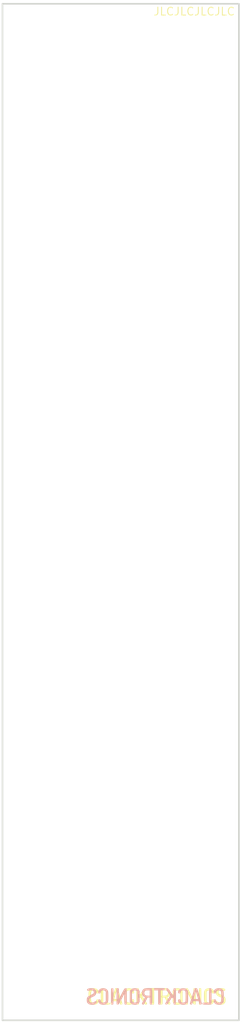
<source format=kicad_pcb>
(kicad_pcb (version 20171130) (host pcbnew 5.1.2-f72e74a~84~ubuntu18.04.1)
  (layers (0 F.Cu signal) (31 B.Cu signal) (34 B.Paste user) (35 F.Paste user) (36 B.SilkS user) (37 F.SilkS user) (38 B.Mask user hide) (39 F.Mask user) (44 Edge.Cuts user))
  (net 0 "")
  (module MountingHole:MountingHole_3.2mm_M3 (layer F.Cu) (at 108 114.1)
    (fp_text reference REF** hide)
    (fp_text value MountingHole_3.2mm_M3 hide)
    (pad "" np_thru_hole circle (at 0 0) (size 2 2) (drill 2) (layers *.Cu *.Mask))
  )
  (module MountingHole:MountingHole_3.2mm_M3 (layer F.Cu) (at 122.3 114.1)
    (fp_text reference REF** hide)
    (fp_text value MountingHole_3.2mm_M3 hide)
    (pad "" np_thru_hole circle (at 0 0) (size 2 2) (drill 2) (layers *.Cu *.Mask))
  )
  (module MountingHole:MountingHole_3.2mm_M3 (layer F.Cu) (at 107.9 66.5)
    (fp_text reference REF** hide)
    (fp_text value MountingHole_3.2mm_M3 hide)
    (pad "" np_thru_hole circle (at 0 0) (size 2 2) (drill 2) (layers *.Cu *.Mask))
  )
  (module MountingHole:MountingHole_3.2mm_M3 (layer F.Cu) (at 122.2 66.5)
    (fp_text reference REF** hide)
    (fp_text value MountingHole_3.2mm_M3 hide)
    (pad "" np_thru_hole circle (at 0 0) (size 2 2) (drill 2) (layers *.Cu *.Mask))
  )
  (module speaker_panel:clacktronics (layer B.Cu) (at 119.5 170.5 180)
    (fp_text reference G*** hide)
    (fp_text value LOGO hide)
  )
  (module speaker_panel:clacktronics (layer F.Cu) (at 119.5 170.5)
    (fp_text reference G*** hide)
    (fp_text value LOGO hide)
  )
  (module MountingHole:MountingHole_3.2mm_M3 (layer F.Cu) (at 107.5 170.5)
    (fp_text reference REF** hide)
    (fp_text value MountingHole_3.2mm_M3 hide)
    (pad 1 np_thru_hole circle (at 0 0) (size 3.2 3.2) (drill 3.2) (layers *.Cu *.Mask))
  )
  (module MountingHole:MountingHole_3.2mm_M3 (layer F.Cu) (at 122.3 123.26)
    (fp_text reference REF** hide)
    (fp_text value MountingHole_3.2mm_M3 hide)
    (pad "" np_thru_hole circle (at 0 0) (size 0.3 0.3) (drill 0.3) (layers *.Cu *.Mask))
  )
  (module MountingHole:MountingHole_3.2mm_M3 (layer F.Cu) (at 107.99 123.25)
    (fp_text reference REF** hide)
    (fp_text value MountingHole_3.2mm_M3 hide)
    (pad "" np_thru_hole circle (at 0 0) (size 0.3 0.3) (drill 0.3) (layers *.Cu *.Mask))
  )
  (module MountingHole:MountingHole_3.2mm_M3 (layer F.Cu) (at 103.2 118.5)
    (fp_text reference REF** hide)
    (fp_text value MountingHole_3.2mm_M3 hide)
    (pad "" np_thru_hole circle (at 0 0) (size 0.3 0.3) (drill 0.3) (layers *.Cu *.Mask))
  )
  (module MountingHole:MountingHole_3.2mm_M3 (layer F.Cu) (at 127.07 118.48)
    (fp_text reference REF** hide)
    (fp_text value MountingHole_3.2mm_M3 hide)
    (pad "" np_thru_hole circle (at 0 0) (size 0.3 0.3) (drill 0.3) (layers *.Cu *.Mask))
  )
  (module MountingHole:MountingHole_3.2mm_M3 (layer F.Cu) (at 103.19 109.12)
    (fp_text reference REF** hide)
    (fp_text value MountingHole_3.2mm_M3 hide)
    (pad "" np_thru_hole circle (at 0 0) (size 0.6 0.6) (drill 0.6) (layers *.Cu *.Mask))
  )
  (module MountingHole:MountingHole_3.2mm_M3 (layer F.Cu) (at 127.07 109.12)
    (fp_text reference REF** hide)
    (fp_text value MountingHole_3.2mm_M3 hide)
    (pad "" np_thru_hole circle (at 0 0) (size 0.6 0.6) (drill 0.6) (layers *.Cu *.Mask))
  )
  (module MountingHole:MountingHole_3.2mm_M3 (layer F.Cu) (at 127.04 104.38)
    (fp_text reference REF** hide)
    (fp_text value MountingHole_3.2mm_M3 hide)
    (pad "" np_thru_hole circle (at 0 0) (size 0.6 0.6) (drill 0.6) (layers *.Cu *.Mask))
  )
  (module MountingHole:MountingHole_3.2mm_M3 (layer F.Cu) (at 103.16 104.38)
    (fp_text reference REF** hide)
    (fp_text value MountingHole_3.2mm_M3 hide)
    (pad "" np_thru_hole circle (at 0 0) (size 0.6 0.6) (drill 0.6) (layers *.Cu *.Mask))
  )
  (module MountingHole:MountingHole_3.2mm_M3 (layer F.Cu) (at 127.04 99.63)
    (fp_text reference REF** hide)
    (fp_text value MountingHole_3.2mm_M3 hide)
    (pad "" np_thru_hole circle (at 0 0) (size 0.6 0.6) (drill 0.6) (layers *.Cu *.Mask))
  )
  (module MountingHole:MountingHole_3.2mm_M3 (layer F.Cu) (at 103.16 99.63)
    (fp_text reference REF** hide)
    (fp_text value MountingHole_3.2mm_M3 hide)
    (pad "" np_thru_hole circle (at 0 0) (size 0.6 0.6) (drill 0.6) (layers *.Cu *.Mask))
  )
  (module MountingHole:MountingHole_3.2mm_M3 (layer F.Cu) (at 103.2 70.94)
    (fp_text reference REF** hide)
    (fp_text value MountingHole_3.2mm_M3 hide)
    (pad "" np_thru_hole circle (at 0 0) (size 0.5 0.5) (drill 0.5) (layers *.Cu *.Mask))
  )
  (module MountingHole:MountingHole_3.2mm_M3 (layer F.Cu) (at 127.06 70.91)
    (fp_text reference REF** hide)
    (fp_text value MountingHole_3.2mm_M3 hide)
    (pad "" np_thru_hole circle (at 0 0) (size 0.5 0.5) (drill 0.5) (layers *.Cu *.Mask))
  )
  (module MountingHole:MountingHole_3.2mm_M3 (layer F.Cu) (at 127.07 75.71)
    (fp_text reference REF** hide)
    (fp_text value MountingHole_3.2mm_M3 hide)
    (pad "" np_thru_hole circle (at 0 0) (size 0.6 0.6) (drill 0.6) (layers *.Cu *.Mask))
  )
  (module MountingHole:MountingHole_3.2mm_M3 (layer F.Cu) (at 103.19 75.71)
    (fp_text reference REF** hide)
    (fp_text value MountingHole_3.2mm_M3 hide)
    (pad "" np_thru_hole circle (at 0 0) (size 0.6 0.6) (drill 0.6) (layers *.Cu *.Mask))
  )
  (module MountingHole:MountingHole_3.2mm_M3 (layer F.Cu) (at 103.16 80.55)
    (fp_text reference REF** hide)
    (fp_text value MountingHole_3.2mm_M3 hide)
    (pad "" np_thru_hole circle (at 0 0) (size 0.6 0.6) (drill 0.6) (layers *.Cu *.Mask))
  )
  (module MountingHole:MountingHole_3.2mm_M3 (layer F.Cu) (at 127.04 80.55)
    (fp_text reference REF** hide)
    (fp_text value MountingHole_3.2mm_M3 hide)
    (pad "" np_thru_hole circle (at 0 0) (size 0.6 0.6) (drill 0.6) (layers *.Cu *.Mask))
  )
  (module MountingHole:MountingHole_3.2mm_M3 (layer F.Cu) (at 103.16 85.29)
    (fp_text reference REF** hide)
    (fp_text value MountingHole_3.2mm_M3 hide)
    (pad "" np_thru_hole circle (at 0 0) (size 0.8 0.8) (drill 0.8) (layers *.Cu *.Mask))
  )
  (module MountingHole:MountingHole_3.2mm_M3 (layer F.Cu) (at 127.04 85.29)
    (fp_text reference REF** hide)
    (fp_text value MountingHole_3.2mm_M3 hide)
    (pad "" np_thru_hole circle (at 0 0) (size 0.8 0.8) (drill 0.8) (layers *.Cu *.Mask))
  )
  (module MountingHole:MountingHole_3.2mm_M3 (layer F.Cu) (at 103.17 94.83)
    (fp_text reference REF** hide)
    (fp_text value MountingHole_3.2mm_M3 hide)
    (pad "" np_thru_hole circle (at 0 0) (size 0.8 0.8) (drill 0.8) (layers *.Cu *.Mask))
  )
  (module MountingHole:MountingHole_3.2mm_M3 (layer F.Cu) (at 127.05 94.83)
    (fp_text reference REF** hide)
    (fp_text value MountingHole_3.2mm_M3 hide)
    (pad "" np_thru_hole circle (at 0 0) (size 0.8 0.8) (drill 0.8) (layers *.Cu *.Mask))
  )
  (module MountingHole:MountingHole_3.2mm_M3 (layer F.Cu) (at 103.18 90.11)
    (fp_text reference REF** hide)
    (fp_text value MountingHole_3.2mm_M3 hide)
    (pad "" np_thru_hole circle (at 0 0) (size 1.5 1.5) (drill 1.5) (layers *.Cu *.Mask))
  )
  (module MountingHole:MountingHole_3.2mm_M3 (layer F.Cu) (at 127.02 90.06)
    (fp_text reference REF** hide)
    (fp_text value MountingHole_3.2mm_M3 hide)
    (pad "" np_thru_hole circle (at 0 0) (size 1.5 1.5) (drill 1.5) (layers *.Cu *.Mask))
  )
  (module MountingHole:MountingHole_3.2mm_M3 (layer F.Cu) (at 103.2 66.1)
    (fp_text reference REF** hide)
    (fp_text value MountingHole_3.2mm_M3 hide)
    (pad "" np_thru_hole circle (at 0 0) (size 0.5 0.5) (drill 0.5) (layers *.Cu *.Mask))
  )
  (module MountingHole:MountingHole_3.2mm_M3 (layer F.Cu) (at 127.06 66.07)
    (fp_text reference REF** hide)
    (fp_text value MountingHole_3.2mm_M3 hide)
    (pad "" np_thru_hole circle (at 0 0) (size 0.5 0.5) (drill 0.5) (layers *.Cu *.Mask))
  )
  (module MountingHole:MountingHole_3.2mm_M3 (layer F.Cu) (at 103.19 113.87)
    (fp_text reference REF** hide)
    (fp_text value MountingHole_3.2mm_M3 hide)
    (pad "" np_thru_hole circle (at 0 0) (size 0.5 0.5) (drill 0.5) (layers *.Cu *.Mask))
  )
  (module MountingHole:MountingHole_3.2mm_M3 (layer F.Cu) (at 127.05 113.84)
    (fp_text reference REF** hide)
    (fp_text value MountingHole_3.2mm_M3 hide)
    (pad "" np_thru_hole circle (at 0 0) (size 0.5 0.5) (drill 0.5) (layers *.Cu *.Mask))
  )
  (module MountingHole:MountingHole_3.2mm_M3 (layer F.Cu) (at 112.73 123.38)
    (fp_text reference REF** hide)
    (fp_text value MountingHole_3.2mm_M3 hide)
    (pad "" np_thru_hole circle (at 0 0) (size 0.5 0.5) (drill 0.5) (layers *.Cu *.Mask))
  )
  (module MountingHole:MountingHole_3.2mm_M3 (layer F.Cu) (at 117.51 123.37)
    (fp_text reference REF** hide)
    (fp_text value MountingHole_3.2mm_M3 hide)
    (pad "" np_thru_hole circle (at 0 0) (size 0.5 0.5) (drill 0.5) (layers *.Cu *.Mask))
  )
  (module MountingHole:MountingHole_3.2mm_M3 (layer F.Cu) (at 122.24 118.87)
    (fp_text reference REF** hide)
    (fp_text value MountingHole_3.2mm_M3 hide)
    (pad "" np_thru_hole circle (at 0 0) (size 1 1) (drill 1) (layers *.Cu *.Mask))
  )
  (module MountingHole:MountingHole_3.2mm_M3 (layer F.Cu) (at 107.92 118.9)
    (fp_text reference REF** hide)
    (fp_text value MountingHole_3.2mm_M3 hide)
    (pad "" np_thru_hole circle (at 0 0) (size 1 1) (drill 1) (layers *.Cu *.Mask))
  )
  (module MountingHole:MountingHole_3.2mm_M3 (layer F.Cu) (at 107.95 61.45)
    (fp_text reference REF** hide)
    (fp_text value MountingHole_3.2mm_M3 hide)
    (pad "" np_thru_hole circle (at 0 0) (size 1 1) (drill 1) (layers *.Cu *.Mask))
  )
  (module MountingHole:MountingHole_3.2mm_M3 (layer F.Cu) (at 122.27 61.42)
    (fp_text reference REF** hide)
    (fp_text value MountingHole_3.2mm_M3 hide)
    (pad "" np_thru_hole circle (at 0 0) (size 1 1) (drill 1) (layers *.Cu *.Mask))
  )
  (module MountingHole:MountingHole_3.2mm_M3 (layer F.Cu) (at 117.45 119)
    (fp_text reference REF** hide)
    (fp_text value MountingHole_3.2mm_M3 hide)
    (pad "" np_thru_hole circle (at 0 0) (size 2 2) (drill 2) (layers *.Cu *.Mask))
  )
  (module MountingHole:MountingHole_3.2mm_M3 (layer F.Cu) (at 112.7 119)
    (fp_text reference REF** hide)
    (fp_text value MountingHole_3.2mm_M3 hide)
    (pad "" np_thru_hole circle (at 0 0) (size 2 2) (drill 2) (layers *.Cu *.Mask))
  )
  (module MountingHole:MountingHole_3.2mm_M3 (layer F.Cu) (at 117.5 104.65)
    (fp_text reference REF** hide)
    (fp_text value MountingHole_3.2mm_M3 hide)
    (pad "" np_thru_hole circle (at 0 0) (size 2.9 2.9) (drill 2.9) (layers *.Cu *.Mask))
  )
  (module MountingHole:MountingHole_3.2mm_M3 (layer F.Cu) (at 117.55 109.5)
    (fp_text reference REF** hide)
    (fp_text value MountingHole_3.2mm_M3 hide)
    (pad "" np_thru_hole circle (at 0 0) (size 2.9 2.9) (drill 2.9) (layers *.Cu *.Mask))
  )
  (module MountingHole:MountingHole_3.2mm_M3 (layer F.Cu) (at 117.5 114.15)
    (fp_text reference REF** hide)
    (fp_text value MountingHole_3.2mm_M3 hide)
    (pad "" np_thru_hole circle (at 0 0) (size 2.9 2.9) (drill 2.9) (layers *.Cu *.Mask))
  )
  (module MountingHole:MountingHole_3.2mm_M3 (layer F.Cu) (at 107.95 104.65)
    (fp_text reference REF** hide)
    (fp_text value MountingHole_3.2mm_M3 hide)
    (pad "" np_thru_hole circle (at 0 0) (size 2.9 2.9) (drill 2.9) (layers *.Cu *.Mask))
  )
  (module MountingHole:MountingHole_3.2mm_M3 (layer F.Cu) (at 108 109.5)
    (fp_text reference REF** hide)
    (fp_text value MountingHole_3.2mm_M3 hide)
    (pad "" np_thru_hole circle (at 0 0) (size 2.9 2.9) (drill 2.9) (layers *.Cu *.Mask))
  )
  (module MountingHole:MountingHole_3.2mm_M3 (layer F.Cu) (at 122.25 104.65)
    (fp_text reference REF** hide)
    (fp_text value MountingHole_3.2mm_M3 hide)
    (pad "" np_thru_hole circle (at 0 0) (size 2.9 2.9) (drill 2.9) (layers *.Cu *.Mask))
  )
  (module MountingHole:MountingHole_3.2mm_M3 (layer F.Cu) (at 122.3 109.5)
    (fp_text reference REF** hide)
    (fp_text value MountingHole_3.2mm_M3 hide)
    (pad "" np_thru_hole circle (at 0 0) (size 2.9 2.9) (drill 2.9) (layers *.Cu *.Mask))
  )
  (module MountingHole:MountingHole_3.2mm_M3 (layer F.Cu) (at 112.75 109.5)
    (fp_text reference REF** hide)
    (fp_text value MountingHole_3.2mm_M3 hide)
    (pad "" np_thru_hole circle (at 0 0) (size 2.9 2.9) (drill 2.9) (layers *.Cu *.Mask))
  )
  (module MountingHole:MountingHole_3.2mm_M3 (layer F.Cu) (at 112.7 114.15)
    (fp_text reference REF** hide)
    (fp_text value MountingHole_3.2mm_M3 hide)
    (pad "" np_thru_hole circle (at 0 0) (size 2.9 2.9) (drill 2.9) (layers *.Cu *.Mask))
  )
  (module MountingHole:MountingHole_3.2mm_M3 (layer F.Cu) (at 112.7 104.65)
    (fp_text reference REF** hide)
    (fp_text value MountingHole_3.2mm_M3 hide)
    (pad "" np_thru_hole circle (at 0 0) (size 2.9 2.9) (drill 2.9) (layers *.Cu *.Mask))
  )
  (module MountingHole:MountingHole_3.2mm_M3 (layer F.Cu) (at 112.75 99.95)
    (fp_text reference REF** hide)
    (fp_text value MountingHole_3.2mm_M3 hide)
    (pad "" np_thru_hole circle (at 0 0) (size 2.9 2.9) (drill 2.9) (layers *.Cu *.Mask))
  )
  (module MountingHole:MountingHole_3.2mm_M3 (layer F.Cu) (at 108 99.95)
    (fp_text reference REF** hide)
    (fp_text value MountingHole_3.2mm_M3 hide)
    (pad "" np_thru_hole circle (at 0 0) (size 2.9 2.9) (drill 2.9) (layers *.Cu *.Mask))
  )
  (module MountingHole:MountingHole_3.2mm_M3 (layer F.Cu) (at 117.5 95.1)
    (fp_text reference REF** hide)
    (fp_text value MountingHole_3.2mm_M3 hide)
    (pad "" np_thru_hole circle (at 0 0) (size 2.9 2.9) (drill 2.9) (layers *.Cu *.Mask))
  )
  (module MountingHole:MountingHole_3.2mm_M3 (layer F.Cu) (at 117.5 85.6)
    (fp_text reference REF** hide)
    (fp_text value MountingHole_3.2mm_M3 hide)
    (pad "" np_thru_hole circle (at 0 0) (size 2.9 2.9) (drill 2.9) (layers *.Cu *.Mask))
  )
  (module MountingHole:MountingHole_3.2mm_M3 (layer F.Cu) (at 112.7 85.6)
    (fp_text reference REF** hide)
    (fp_text value MountingHole_3.2mm_M3 hide)
    (pad "" np_thru_hole circle (at 0 0) (size 2.9 2.9) (drill 2.9) (layers *.Cu *.Mask))
  )
  (module MountingHole:MountingHole_3.2mm_M3 (layer F.Cu) (at 122.25 85.6)
    (fp_text reference REF** hide)
    (fp_text value MountingHole_3.2mm_M3 hide)
    (pad "" np_thru_hole circle (at 0 0) (size 2.9 2.9) (drill 2.9) (layers *.Cu *.Mask))
  )
  (module MountingHole:MountingHole_3.2mm_M3 (layer F.Cu) (at 107.95 95.1)
    (fp_text reference REF** hide)
    (fp_text value MountingHole_3.2mm_M3 hide)
    (pad "" np_thru_hole circle (at 0 0) (size 2.9 2.9) (drill 2.9) (layers *.Cu *.Mask))
  )
  (module MountingHole:MountingHole_3.2mm_M3 (layer F.Cu) (at 122.3 90.45)
    (fp_text reference REF** hide)
    (fp_text value MountingHole_3.2mm_M3 hide)
    (pad "" np_thru_hole circle (at 0 0) (size 2.9 2.9) (drill 2.9) (layers *.Cu *.Mask))
  )
  (module MountingHole:MountingHole_3.2mm_M3 (layer F.Cu) (at 108 90.45)
    (fp_text reference REF** hide)
    (fp_text value MountingHole_3.2mm_M3 hide)
    (pad "" np_thru_hole circle (at 0 0) (size 2.9 2.9) (drill 2.9) (layers *.Cu *.Mask))
  )
  (module MountingHole:MountingHole_3.2mm_M3 (layer F.Cu) (at 117.55 99.95)
    (fp_text reference REF** hide)
    (fp_text value MountingHole_3.2mm_M3 hide)
    (pad "" np_thru_hole circle (at 0 0) (size 2.9 2.9) (drill 2.9) (layers *.Cu *.Mask))
  )
  (module MountingHole:MountingHole_3.2mm_M3 (layer F.Cu) (at 107.95 85.6)
    (fp_text reference REF** hide)
    (fp_text value MountingHole_3.2mm_M3 hide)
    (pad "" np_thru_hole circle (at 0 0) (size 2.9 2.9) (drill 2.9) (layers *.Cu *.Mask))
  )
  (module MountingHole:MountingHole_3.2mm_M3 (layer F.Cu) (at 112.75 90.45)
    (fp_text reference REF** hide)
    (fp_text value MountingHole_3.2mm_M3 hide)
    (pad "" np_thru_hole circle (at 0 0) (size 2.9 2.9) (drill 2.9) (layers *.Cu *.Mask))
  )
  (module MountingHole:MountingHole_3.2mm_M3 (layer F.Cu) (at 122.3 99.95)
    (fp_text reference REF** hide)
    (fp_text value MountingHole_3.2mm_M3 hide)
    (pad "" np_thru_hole circle (at 0 0) (size 2.9 2.9) (drill 2.9) (layers *.Cu *.Mask))
  )
  (module MountingHole:MountingHole_3.2mm_M3 (layer F.Cu) (at 117.55 90.45)
    (fp_text reference REF** hide)
    (fp_text value MountingHole_3.2mm_M3 hide)
    (pad "" np_thru_hole circle (at 0 0) (size 2.9 2.9) (drill 2.9) (layers *.Cu *.Mask))
  )
  (module MountingHole:MountingHole_3.2mm_M3 (layer F.Cu) (at 122.25 95.1)
    (fp_text reference REF** hide)
    (fp_text value MountingHole_3.2mm_M3 hide)
    (pad "" np_thru_hole circle (at 0 0) (size 2.9 2.9) (drill 2.9) (layers *.Cu *.Mask))
  )
  (module MountingHole:MountingHole_3.2mm_M3 (layer F.Cu) (at 112.7 95.1)
    (fp_text reference REF** hide)
    (fp_text value MountingHole_3.2mm_M3 hide)
    (pad "" np_thru_hole circle (at 0 0) (size 2.9 2.9) (drill 2.9) (layers *.Cu *.Mask))
  )
  (module MountingHole:MountingHole_3.2mm_M3 (layer F.Cu) (at 117.45 76)
    (fp_text reference REF** hide)
    (fp_text value MountingHole_3.2mm_M3 hide)
    (pad "" np_thru_hole circle (at 0 0) (size 2.9 2.9) (drill 2.9) (layers *.Cu *.Mask))
  )
  (module MountingHole:MountingHole_3.2mm_M3 (layer F.Cu) (at 112.65 76)
    (fp_text reference REF** hide)
    (fp_text value MountingHole_3.2mm_M3 hide)
    (pad "" np_thru_hole circle (at 0 0) (size 2.9 2.9) (drill 2.9) (layers *.Cu *.Mask))
  )
  (module MountingHole:MountingHole_3.2mm_M3 (layer F.Cu) (at 122.2 76)
    (fp_text reference REF** hide)
    (fp_text value MountingHole_3.2mm_M3 hide)
    (pad "" np_thru_hole circle (at 0 0) (size 2.9 2.9) (drill 2.9) (layers *.Cu *.Mask))
  )
  (module MountingHole:MountingHole_3.2mm_M3 (layer F.Cu) (at 122.25 80.85)
    (fp_text reference REF** hide)
    (fp_text value MountingHole_3.2mm_M3 hide)
    (pad "" np_thru_hole circle (at 0 0) (size 2.9 2.9) (drill 2.9) (layers *.Cu *.Mask))
  )
  (module MountingHole:MountingHole_3.2mm_M3 (layer F.Cu) (at 107.95 80.85)
    (fp_text reference REF** hide)
    (fp_text value MountingHole_3.2mm_M3 hide)
    (pad "" np_thru_hole circle (at 0 0) (size 2.9 2.9) (drill 2.9) (layers *.Cu *.Mask))
  )
  (module MountingHole:MountingHole_3.2mm_M3 (layer F.Cu) (at 107.9 76)
    (fp_text reference REF** hide)
    (fp_text value MountingHole_3.2mm_M3 hide)
    (pad "" np_thru_hole circle (at 0 0) (size 2.9 2.9) (drill 2.9) (layers *.Cu *.Mask))
  )
  (module MountingHole:MountingHole_3.2mm_M3 (layer F.Cu) (at 112.7 80.85)
    (fp_text reference REF** hide)
    (fp_text value MountingHole_3.2mm_M3 hide)
    (pad "" np_thru_hole circle (at 0 0) (size 2.9 2.9) (drill 2.9) (layers *.Cu *.Mask))
  )
  (module MountingHole:MountingHole_3.2mm_M3 (layer F.Cu) (at 117.5 80.85)
    (fp_text reference REF** hide)
    (fp_text value MountingHole_3.2mm_M3 hide)
    (pad "" np_thru_hole circle (at 0 0) (size 2.9 2.9) (drill 2.9) (layers *.Cu *.Mask))
  )
  (module MountingHole:MountingHole_3.2mm_M3 (layer F.Cu) (at 117.5 71.35)
    (fp_text reference REF** hide)
    (fp_text value MountingHole_3.2mm_M3 hide)
    (pad "" np_thru_hole circle (at 0 0) (size 2.9 2.9) (drill 2.9) (layers *.Cu *.Mask))
  )
  (module MountingHole:MountingHole_3.2mm_M3 (layer F.Cu) (at 112.7 71.35)
    (fp_text reference REF** hide)
    (fp_text value MountingHole_3.2mm_M3 hide)
    (pad "" np_thru_hole circle (at 0 0) (size 2.9 2.9) (drill 2.9) (layers *.Cu *.Mask))
  )
  (module MountingHole:MountingHole_3.2mm_M3 (layer F.Cu) (at 122.25 71.35)
    (fp_text reference REF** hide)
    (fp_text value MountingHole_3.2mm_M3 hide)
    (pad "" np_thru_hole circle (at 0 0) (size 2.9 2.9) (drill 2.9) (layers *.Cu *.Mask))
  )
  (module MountingHole:MountingHole_3.2mm_M3 (layer F.Cu) (at 107.95 71.35)
    (fp_text reference REF** hide)
    (fp_text value MountingHole_3.2mm_M3 hide)
    (pad "" np_thru_hole circle (at 0 0) (size 2.9 2.9) (drill 2.9) (layers *.Cu *.Mask))
  )
  (module MountingHole:MountingHole_3.2mm_M3 (layer F.Cu) (at 117.45 66.5)
    (fp_text reference REF** hide)
    (fp_text value MountingHole_3.2mm_M3 hide)
    (pad "" np_thru_hole circle (at 0 0) (size 2.9 2.9) (drill 2.9) (layers *.Cu *.Mask))
  )
  (module MountingHole:MountingHole_3.2mm_M3 (layer F.Cu) (at 112.65 66.5)
    (fp_text reference REF** hide)
    (fp_text value MountingHole_3.2mm_M3 hide)
    (pad "" np_thru_hole circle (at 0 0) (size 2.9 2.9) (drill 2.9) (layers *.Cu *.Mask))
  )
  (module MountingHole:MountingHole_3.2mm_M3 (layer F.Cu) (at 107.5 48)
    (fp_text reference REF** hide)
    (fp_text value MountingHole_3.2mm_M3 hide)
    (pad 1 np_thru_hole circle (at 0 0) (size 3.2 3.2) (drill 3.2) (layers *.Cu *.Mask))
  )
  (module MountingHole:MountingHole_3.2mm_M3 (layer F.Cu) (at 117.45 61.65)
    (fp_text reference REF** hide)
    (fp_text value MountingHole_3.2mm_M3 hide)
    (pad "" np_thru_hole circle (at 0 0) (size 2 2) (drill 2) (layers *.Cu *.Mask))
  )
  (module MountingHole:MountingHole_3.2mm_M3 (layer F.Cu) (at 112.7 61.7)
    (fp_text reference REF** hide)
    (fp_text value MountingHole_3.2mm_M3 hide)
    (pad "" np_thru_hole circle (at 0 0) (size 2 2) (drill 2) (layers *.Cu *.Mask))
  )
  (module MountingHole:MountingHole_3.2mm_M3 (layer F.Cu) (at 103.5 60)
    (fp_text reference REF** hide)
    (fp_text value MountingHole_3.2mm_M3 hide)
    (pad 1 np_thru_hole circle (at 0 0) (size 3.2 3.2) (drill 3.2) (layers *.Cu *.Mask))
  )
  (module MountingHole:MountingHole_3.2mm_M3 (layer F.Cu) (at 126.5 123)
    (fp_text reference REF** hide)
    (fp_text value MountingHole_3.2mm_M3 hide)
    (pad 1 np_thru_hole circle (at 0 0) (size 3.2 3.2) (drill 3.2) (layers *.Cu *.Mask))
  )
  (module MountingHole:MountingHole_3.2mm_M3 (layer F.Cu) (at 103.5 123)
    (fp_text reference REF** hide)
    (fp_text value MountingHole_3.2mm_M3 hide)
    (pad 1 np_thru_hole circle (at 0 0) (size 3.2 3.2) (drill 3.2) (layers *.Cu *.Mask))
  )
  (module MountingHole:MountingHole_6.4mm_M6 (layer F.Cu) (at 107 152)
    (fp_text reference REF** hide)
    (fp_text value MountingHole_6.4mm_M6 hide)
    (pad "" np_thru_hole circle (at 0 0) (size 7.8 7.8) (drill 7.8) (layers *.Cu *.Mask))
  )
  (module MountingHole:MountingHole_6.4mm_M6 (layer F.Cu) (at 123.1 151.9)
    (fp_text reference REF** hide)
    (fp_text value MountingHole_6.4mm_M6 hide)
    (pad "" np_thru_hole circle (at 0 0) (size 6.6 6.6) (drill 6.6) (layers *.Cu *.Mask))
  )
  (module MountingHole:MountingHole_3.2mm_M3 (layer F.Cu) (at 126.5 60)
    (fp_text reference REF** hide)
    (fp_text value MountingHole_3.2mm_M3 hide)
    (pad 1 np_thru_hole circle (at 0 0) (size 3.2 3.2) (drill 3.2) (layers *.Cu *.Mask))
  )
  (gr_text JLCJLCJLCJLC (at 124.333 45.974) (layer F.SilkS) (effects (font (size 1 1) (thickness 0.125))))
  (gr_line (start 100 173.499998) (end 100 45) (layer Edge.Cuts) (width 0.2))
  (gr_line (start 130 173.499998) (end 100 173.499998) (layer Edge.Cuts) (width 0.2))
  (gr_line (start 130 45) (end 130 173.499998) (layer Edge.Cuts) (width 0.2))
  (gr_line (start 100 45) (end 130 45) (layer Edge.Cuts) (width 0.2))
)
</source>
